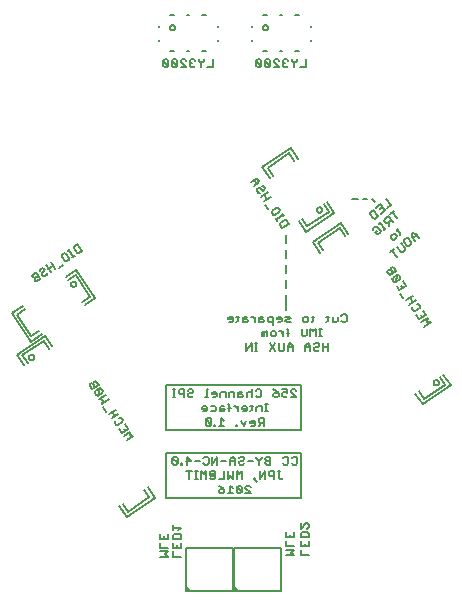
<source format=gbo>
G75*
%MOIN*%
%OFA0B0*%
%FSLAX24Y24*%
%IPPOS*%
%LPD*%
%AMOC8*
5,1,8,0,0,1.08239X$1,22.5*
%
%ADD10C,0.0060*%
%ADD11C,0.0080*%
%ADD12C,0.0050*%
D10*
X007157Y008789D02*
X007060Y008933D01*
X007028Y009058D02*
X006968Y009069D01*
X006919Y009141D01*
X006931Y009201D01*
X006827Y009278D02*
X007043Y009423D01*
X007075Y009298D02*
X007135Y009287D01*
X007183Y009215D01*
X007172Y009155D01*
X007028Y009058D01*
X007216Y008934D02*
X007264Y008862D01*
X007157Y008789D02*
X007372Y008935D01*
X007275Y009078D01*
X007440Y008834D02*
X007224Y008689D01*
X007321Y008545D02*
X007537Y008690D01*
X007417Y008714D01*
X007440Y008834D01*
X006935Y009350D02*
X006838Y009494D01*
X006730Y009422D02*
X006946Y009567D01*
X006626Y009498D02*
X006529Y009642D01*
X006497Y009766D02*
X006521Y009887D01*
X006400Y009910D01*
X006616Y010056D01*
X006512Y010132D02*
X006524Y010192D01*
X006476Y010264D01*
X006415Y010276D01*
X006369Y010035D01*
X006308Y010046D01*
X006260Y010118D01*
X006272Y010179D01*
X006415Y010276D01*
X006384Y010400D02*
X006311Y010508D01*
X006251Y010520D01*
X006215Y010496D01*
X006203Y010435D01*
X006276Y010328D01*
X006384Y010400D02*
X006168Y010255D01*
X006095Y010363D01*
X006107Y010423D01*
X006143Y010447D01*
X006203Y010435D01*
X006512Y010132D02*
X006369Y010035D01*
X006497Y009766D02*
X006713Y009912D01*
X008858Y009990D02*
X008945Y009990D01*
X008901Y009990D02*
X008901Y010250D01*
X008858Y010250D02*
X008945Y010250D01*
X009066Y010207D02*
X009066Y010120D01*
X009109Y010077D01*
X009239Y010077D01*
X009239Y009990D02*
X009239Y010250D01*
X009109Y010250D01*
X009066Y010207D01*
X009361Y010207D02*
X009404Y010250D01*
X009491Y010250D01*
X009534Y010207D01*
X009534Y010163D01*
X009491Y010120D01*
X009404Y010120D01*
X009361Y010077D01*
X009361Y010033D01*
X009404Y009990D01*
X009491Y009990D01*
X009534Y010033D01*
X009938Y009990D02*
X010025Y009990D01*
X009982Y009990D02*
X009982Y010250D01*
X010025Y010250D01*
X010146Y010120D02*
X010146Y010077D01*
X010320Y010077D01*
X010320Y010120D02*
X010276Y010163D01*
X010190Y010163D01*
X010146Y010120D01*
X010190Y009990D02*
X010276Y009990D01*
X010320Y010033D01*
X010320Y010120D01*
X010441Y010120D02*
X010441Y009990D01*
X010441Y010120D02*
X010484Y010163D01*
X010614Y010163D01*
X010614Y009990D01*
X010736Y009990D02*
X010736Y010120D01*
X010779Y010163D01*
X010909Y010163D01*
X010909Y009990D01*
X011030Y009990D02*
X011160Y009990D01*
X011204Y010033D01*
X011160Y010077D01*
X011030Y010077D01*
X011030Y010120D02*
X011030Y009990D01*
X011030Y010120D02*
X011074Y010163D01*
X011160Y010163D01*
X011325Y010120D02*
X011325Y009990D01*
X011325Y010120D02*
X011368Y010163D01*
X011455Y010163D01*
X011498Y010120D01*
X011498Y010250D02*
X011498Y009990D01*
X011620Y010033D02*
X011663Y009990D01*
X011750Y009990D01*
X011793Y010033D01*
X011793Y010207D01*
X011750Y010250D01*
X011663Y010250D01*
X011620Y010207D01*
X011480Y009727D02*
X011480Y009553D01*
X011436Y009510D01*
X011327Y009553D02*
X011327Y009640D01*
X011283Y009683D01*
X011196Y009683D01*
X011153Y009640D01*
X011153Y009597D01*
X011327Y009597D01*
X011327Y009553D02*
X011283Y009510D01*
X011196Y009510D01*
X011032Y009510D02*
X011032Y009683D01*
X011032Y009597D02*
X010945Y009683D01*
X010902Y009683D01*
X010786Y009640D02*
X010700Y009640D01*
X010743Y009727D02*
X010743Y009510D01*
X010590Y009553D02*
X010547Y009597D01*
X010416Y009597D01*
X010416Y009640D02*
X010416Y009510D01*
X010547Y009510D01*
X010590Y009553D01*
X010547Y009683D02*
X010460Y009683D01*
X010416Y009640D01*
X010295Y009640D02*
X010295Y009553D01*
X010252Y009510D01*
X010122Y009510D01*
X010001Y009553D02*
X010001Y009640D01*
X009957Y009683D01*
X009870Y009683D01*
X009827Y009640D01*
X009827Y009597D01*
X010001Y009597D01*
X010001Y009553D02*
X009957Y009510D01*
X009870Y009510D01*
X009993Y009290D02*
X009950Y009247D01*
X010123Y009073D01*
X010080Y009030D01*
X009993Y009030D01*
X009950Y009073D01*
X009950Y009247D01*
X009993Y009290D02*
X010080Y009290D01*
X010123Y009247D01*
X010123Y009073D01*
X010227Y009073D02*
X010227Y009030D01*
X010271Y009030D01*
X010271Y009073D01*
X010227Y009073D01*
X010392Y009030D02*
X010565Y009030D01*
X010479Y009030D02*
X010479Y009290D01*
X010565Y009203D01*
X010295Y009640D02*
X010252Y009683D01*
X010122Y009683D01*
X010700Y009770D02*
X010743Y009727D01*
X011128Y009203D02*
X011215Y009030D01*
X011302Y009203D01*
X011423Y009160D02*
X011423Y009117D01*
X011597Y009117D01*
X011597Y009160D02*
X011553Y009203D01*
X011467Y009203D01*
X011423Y009160D01*
X011467Y009030D02*
X011553Y009030D01*
X011597Y009073D01*
X011597Y009160D01*
X011718Y009160D02*
X011761Y009117D01*
X011891Y009117D01*
X011805Y009117D02*
X011718Y009030D01*
X011718Y009160D02*
X011718Y009247D01*
X011761Y009290D01*
X011891Y009290D01*
X011891Y009030D01*
X011927Y009510D02*
X012014Y009510D01*
X011971Y009510D02*
X011971Y009770D01*
X012014Y009770D02*
X011927Y009770D01*
X011818Y009683D02*
X011688Y009683D01*
X011644Y009640D01*
X011644Y009510D01*
X011818Y009510D02*
X011818Y009683D01*
X011523Y009683D02*
X011436Y009683D01*
X011007Y009073D02*
X010964Y009073D01*
X010964Y009030D01*
X011007Y009030D01*
X011007Y009073D01*
X011098Y008000D02*
X011185Y008000D01*
X011228Y007957D01*
X011228Y007913D01*
X011185Y007870D01*
X011098Y007870D01*
X011055Y007827D01*
X011055Y007783D01*
X011098Y007740D01*
X011185Y007740D01*
X011228Y007783D01*
X011349Y007870D02*
X011523Y007870D01*
X011644Y007957D02*
X011644Y008000D01*
X011644Y007957D02*
X011731Y007870D01*
X011731Y007740D01*
X011731Y007870D02*
X011818Y007957D01*
X011818Y008000D01*
X011939Y007957D02*
X011939Y007913D01*
X011982Y007870D01*
X012112Y007870D01*
X011982Y007870D02*
X011939Y007827D01*
X011939Y007783D01*
X011982Y007740D01*
X012112Y007740D01*
X012112Y008000D01*
X011982Y008000D01*
X011939Y007957D01*
X011940Y007520D02*
X011767Y007260D01*
X011767Y007520D01*
X011940Y007520D02*
X011940Y007260D01*
X012062Y007390D02*
X012105Y007347D01*
X012235Y007347D01*
X012235Y007260D02*
X012235Y007520D01*
X012105Y007520D01*
X012062Y007477D01*
X012062Y007390D01*
X012356Y007520D02*
X012443Y007520D01*
X012400Y007520D02*
X012400Y007303D01*
X012443Y007260D01*
X012486Y007260D01*
X012530Y007303D01*
X012571Y007740D02*
X012528Y007783D01*
X012571Y007740D02*
X012658Y007740D01*
X012702Y007783D01*
X012702Y007957D01*
X012658Y008000D01*
X012571Y008000D01*
X012528Y007957D01*
X012823Y007957D02*
X012866Y008000D01*
X012953Y008000D01*
X012996Y007957D01*
X012996Y007783D01*
X012953Y007740D01*
X012866Y007740D01*
X012823Y007783D01*
X011602Y007303D02*
X011602Y007260D01*
X011559Y007260D01*
X011559Y007303D01*
X011602Y007303D01*
X011559Y007260D02*
X011646Y007173D01*
X011449Y006997D02*
X011406Y007040D01*
X011319Y007040D01*
X011276Y006997D01*
X011276Y006953D01*
X011449Y006780D01*
X011276Y006780D01*
X011155Y006823D02*
X010981Y006997D01*
X010981Y006823D01*
X011025Y006780D01*
X011111Y006780D01*
X011155Y006823D01*
X011155Y006997D01*
X011111Y007040D01*
X011025Y007040D01*
X010981Y006997D01*
X010860Y006953D02*
X010773Y007040D01*
X010773Y006780D01*
X010687Y006780D02*
X010860Y006780D01*
X010565Y006823D02*
X010522Y006780D01*
X010435Y006780D01*
X010392Y006823D01*
X010392Y006867D01*
X010435Y006910D01*
X010565Y006910D01*
X010565Y006823D01*
X010565Y006910D02*
X010479Y006997D01*
X010392Y007040D01*
X010392Y007260D02*
X010565Y007260D01*
X010565Y007520D01*
X010687Y007520D02*
X010687Y007260D01*
X010773Y007347D01*
X010860Y007260D01*
X010860Y007520D01*
X010981Y007520D02*
X010981Y007260D01*
X011155Y007260D02*
X011155Y007520D01*
X011068Y007433D01*
X010981Y007520D01*
X010934Y007740D02*
X010934Y007913D01*
X010847Y008000D01*
X010760Y007913D01*
X010760Y007740D01*
X010760Y007870D02*
X010934Y007870D01*
X011055Y007957D02*
X011098Y008000D01*
X010639Y007870D02*
X010466Y007870D01*
X010344Y007740D02*
X010344Y008000D01*
X010171Y007740D01*
X010171Y008000D01*
X010050Y007957D02*
X010050Y007783D01*
X010006Y007740D01*
X009920Y007740D01*
X009876Y007783D01*
X009755Y007870D02*
X009582Y007870D01*
X009460Y007870D02*
X009287Y007870D01*
X009330Y007740D02*
X009330Y008000D01*
X009460Y007870D01*
X009166Y007783D02*
X009166Y007740D01*
X009122Y007740D01*
X009122Y007783D01*
X009166Y007783D01*
X009018Y007783D02*
X008975Y007740D01*
X008888Y007740D01*
X008845Y007783D01*
X008845Y007957D01*
X009018Y007783D01*
X009018Y007957D01*
X008975Y008000D01*
X008888Y008000D01*
X008845Y007957D01*
X009311Y007520D02*
X009485Y007520D01*
X009398Y007520D02*
X009398Y007260D01*
X009595Y007260D02*
X009681Y007260D01*
X009638Y007260D02*
X009638Y007520D01*
X009681Y007520D02*
X009595Y007520D01*
X009803Y007520D02*
X009803Y007260D01*
X009976Y007260D02*
X009976Y007520D01*
X009889Y007433D01*
X009803Y007520D01*
X010097Y007477D02*
X010097Y007390D01*
X010141Y007347D01*
X010141Y007433D01*
X010227Y007433D01*
X010227Y007347D01*
X010141Y007347D01*
X010097Y007303D02*
X010141Y007260D01*
X010227Y007260D01*
X010271Y007303D01*
X010271Y007477D01*
X010227Y007520D01*
X010141Y007520D01*
X010097Y007477D01*
X010050Y007957D02*
X010006Y008000D01*
X009920Y008000D01*
X009876Y007957D01*
X009130Y005641D02*
X008870Y005641D01*
X008870Y005727D02*
X008870Y005554D01*
X008913Y005433D02*
X009087Y005433D01*
X009130Y005389D01*
X009130Y005259D01*
X008870Y005259D01*
X008870Y005389D01*
X008913Y005433D01*
X009043Y005554D02*
X009130Y005641D01*
X008680Y005433D02*
X008680Y005259D01*
X008420Y005259D01*
X008420Y005433D01*
X008550Y005346D02*
X008550Y005259D01*
X008420Y005138D02*
X008420Y004965D01*
X008680Y004965D01*
X008680Y004843D02*
X008420Y004843D01*
X008420Y004670D02*
X008680Y004670D01*
X008593Y004757D01*
X008680Y004843D01*
X008870Y004843D02*
X008870Y004670D01*
X009130Y004670D01*
X009130Y004965D02*
X008870Y004965D01*
X008870Y005138D01*
X009000Y005051D02*
X009000Y004965D01*
X009130Y004965D02*
X009130Y005138D01*
X012620Y005188D02*
X012620Y005015D01*
X012880Y005015D01*
X012880Y004893D02*
X012620Y004893D01*
X012620Y004720D02*
X012880Y004720D01*
X012793Y004807D01*
X012880Y004893D01*
X013120Y004893D02*
X013120Y004720D01*
X013380Y004720D01*
X013380Y005015D02*
X013120Y005015D01*
X013120Y005188D01*
X013120Y005309D02*
X013120Y005439D01*
X013163Y005483D01*
X013337Y005483D01*
X013380Y005439D01*
X013380Y005309D01*
X013120Y005309D01*
X012880Y005309D02*
X012880Y005483D01*
X012750Y005396D02*
X012750Y005309D01*
X012620Y005309D02*
X012620Y005483D01*
X012620Y005309D02*
X012880Y005309D01*
X013120Y005604D02*
X013293Y005777D01*
X013337Y005777D01*
X013380Y005734D01*
X013380Y005647D01*
X013337Y005604D01*
X013120Y005604D02*
X013120Y005777D01*
X013380Y005188D02*
X013380Y005015D01*
X013250Y005015D02*
X013250Y005101D01*
X012972Y009990D02*
X012798Y010163D01*
X012798Y010207D01*
X012842Y010250D01*
X012928Y010250D01*
X012972Y010207D01*
X012972Y009990D02*
X012798Y009990D01*
X012677Y010033D02*
X012634Y009990D01*
X012547Y009990D01*
X012504Y010033D01*
X012504Y010120D01*
X012547Y010163D01*
X012590Y010163D01*
X012677Y010120D01*
X012677Y010250D01*
X012504Y010250D01*
X012382Y010120D02*
X012252Y010120D01*
X012209Y010077D01*
X012209Y010033D01*
X012252Y009990D01*
X012339Y009990D01*
X012382Y010033D01*
X012382Y010120D01*
X012296Y010207D01*
X012209Y010250D01*
X012266Y011530D02*
X012093Y011790D01*
X012266Y011790D02*
X012093Y011530D01*
X012387Y011573D02*
X012387Y011790D01*
X012561Y011790D02*
X012561Y011573D01*
X012518Y011530D01*
X012431Y011530D01*
X012387Y011573D01*
X012247Y012010D02*
X012161Y012010D01*
X012117Y012053D01*
X012117Y012140D01*
X012161Y012183D01*
X012247Y012183D01*
X012291Y012140D01*
X012291Y012053D01*
X012247Y012010D01*
X012406Y012183D02*
X012450Y012183D01*
X012536Y012097D01*
X012536Y012183D02*
X012536Y012010D01*
X012689Y012010D02*
X012689Y012227D01*
X012646Y012270D01*
X012646Y012140D02*
X012733Y012140D01*
X012769Y011790D02*
X012682Y011703D01*
X012682Y011530D01*
X012682Y011660D02*
X012856Y011660D01*
X012856Y011703D02*
X012769Y011790D01*
X012856Y011703D02*
X012856Y011530D01*
X013271Y011530D02*
X013271Y011703D01*
X013358Y011790D01*
X013445Y011703D01*
X013445Y011530D01*
X013566Y011573D02*
X013609Y011530D01*
X013696Y011530D01*
X013739Y011573D01*
X013696Y011660D02*
X013739Y011703D01*
X013739Y011747D01*
X013696Y011790D01*
X013609Y011790D01*
X013566Y011747D01*
X013609Y011660D02*
X013566Y011617D01*
X013566Y011573D01*
X013609Y011660D02*
X013696Y011660D01*
X013861Y011660D02*
X014034Y011660D01*
X014034Y011530D02*
X014034Y011790D01*
X013861Y011790D02*
X013861Y011530D01*
X013813Y012010D02*
X013726Y012010D01*
X013770Y012010D02*
X013770Y012270D01*
X013813Y012270D02*
X013726Y012270D01*
X013617Y012270D02*
X013617Y012010D01*
X013443Y012010D02*
X013443Y012270D01*
X013530Y012183D01*
X013617Y012270D01*
X013481Y012490D02*
X013524Y012533D01*
X013524Y012707D01*
X013481Y012663D02*
X013568Y012663D01*
X013371Y012620D02*
X013371Y012533D01*
X013328Y012490D01*
X013241Y012490D01*
X013198Y012533D01*
X013198Y012620D01*
X013241Y012663D01*
X013328Y012663D01*
X013371Y012620D01*
X013322Y012270D02*
X013322Y012053D01*
X013279Y012010D01*
X013192Y012010D01*
X013149Y012053D01*
X013149Y012270D01*
X012782Y012490D02*
X012652Y012490D01*
X012608Y012533D01*
X012652Y012577D01*
X012739Y012577D01*
X012782Y012620D01*
X012739Y012663D01*
X012608Y012663D01*
X012487Y012620D02*
X012444Y012663D01*
X012357Y012663D01*
X012314Y012620D01*
X012314Y012577D01*
X012487Y012577D01*
X012487Y012620D02*
X012487Y012533D01*
X012444Y012490D01*
X012357Y012490D01*
X012193Y012490D02*
X012062Y012490D01*
X012019Y012533D01*
X012019Y012620D01*
X012062Y012663D01*
X012193Y012663D01*
X012193Y012403D01*
X011996Y012183D02*
X011953Y012183D01*
X011909Y012140D01*
X011866Y012183D01*
X011823Y012140D01*
X011823Y012010D01*
X011909Y012010D02*
X011909Y012140D01*
X011996Y012183D02*
X011996Y012010D01*
X011677Y011790D02*
X011590Y011790D01*
X011634Y011790D02*
X011634Y011530D01*
X011677Y011530D02*
X011590Y011530D01*
X011480Y011530D02*
X011480Y011790D01*
X011307Y011530D01*
X011307Y011790D01*
X011314Y012490D02*
X011358Y012533D01*
X011314Y012577D01*
X011184Y012577D01*
X011184Y012620D02*
X011184Y012490D01*
X011314Y012490D01*
X011314Y012663D02*
X011228Y012663D01*
X011184Y012620D01*
X011063Y012663D02*
X010976Y012663D01*
X011020Y012707D02*
X011020Y012533D01*
X010976Y012490D01*
X010867Y012533D02*
X010867Y012620D01*
X010823Y012663D01*
X010737Y012663D01*
X010693Y012620D01*
X010693Y012577D01*
X010867Y012577D01*
X010867Y012533D02*
X010823Y012490D01*
X010737Y012490D01*
X011473Y012663D02*
X011517Y012663D01*
X011603Y012577D01*
X011603Y012663D02*
X011603Y012490D01*
X011724Y012490D02*
X011855Y012490D01*
X011898Y012533D01*
X011855Y012577D01*
X011724Y012577D01*
X011724Y012620D02*
X011724Y012490D01*
X011724Y012620D02*
X011768Y012663D01*
X011855Y012663D01*
X013271Y011660D02*
X013445Y011660D01*
X013972Y012490D02*
X014015Y012533D01*
X014015Y012707D01*
X013972Y012663D02*
X014059Y012663D01*
X014180Y012663D02*
X014180Y012490D01*
X014310Y012490D01*
X014353Y012533D01*
X014353Y012663D01*
X014475Y012707D02*
X014518Y012750D01*
X014605Y012750D01*
X014648Y012707D01*
X014648Y012533D01*
X014605Y012490D01*
X014518Y012490D01*
X014475Y012533D01*
X016082Y014047D02*
X016009Y014155D01*
X016021Y014215D01*
X016057Y014239D01*
X016117Y014228D01*
X016190Y014120D01*
X016117Y014228D02*
X016129Y014288D01*
X016165Y014312D01*
X016225Y014301D01*
X016298Y014193D01*
X016082Y014047D01*
X016186Y013971D02*
X016174Y013911D01*
X016223Y013839D01*
X016283Y013827D01*
X016330Y014068D01*
X016186Y013971D01*
X016330Y014068D02*
X016390Y014056D01*
X016438Y013984D01*
X016427Y013924D01*
X016283Y013827D01*
X016315Y013702D02*
X016412Y013559D01*
X016627Y013704D01*
X016530Y013848D01*
X016471Y013703D02*
X016520Y013631D01*
X016444Y013434D02*
X016541Y013290D01*
X016644Y013214D02*
X016860Y013359D01*
X016752Y013287D02*
X016849Y013143D01*
X016741Y013070D02*
X016957Y013216D01*
X016989Y013091D02*
X017049Y013079D01*
X017098Y013007D01*
X017086Y012947D01*
X016942Y012850D01*
X016882Y012862D01*
X016833Y012934D01*
X016845Y012994D01*
X016974Y012725D02*
X017071Y012581D01*
X017287Y012727D01*
X017190Y012871D01*
X017130Y012726D02*
X017179Y012654D01*
X017354Y012627D02*
X017139Y012481D01*
X017236Y012337D02*
X017451Y012483D01*
X017331Y012506D01*
X017354Y012627D01*
X016321Y014674D02*
X016154Y014874D01*
X016220Y014930D02*
X016088Y014818D01*
X016313Y015007D02*
X016453Y014841D01*
X016514Y014836D01*
X016580Y014892D01*
X016586Y014953D01*
X016446Y015119D01*
X016567Y015164D02*
X016572Y015225D01*
X016639Y015280D01*
X016700Y015275D01*
X016811Y015142D01*
X016806Y015081D01*
X016739Y015025D01*
X016678Y015031D01*
X016567Y015164D01*
X016427Y015389D02*
X016432Y015450D01*
X016320Y015583D01*
X016381Y015578D02*
X016315Y015522D01*
X016259Y015419D02*
X016315Y015352D01*
X016309Y015291D01*
X016243Y015235D01*
X016182Y015241D01*
X016126Y015307D01*
X016131Y015368D01*
X016198Y015424D01*
X016259Y015419D01*
X016052Y015701D02*
X016062Y015823D01*
X016029Y015796D02*
X015968Y015801D01*
X015912Y015867D01*
X015917Y015929D01*
X016017Y016012D01*
X016184Y015813D01*
X016129Y015879D02*
X016029Y015796D01*
X015959Y015623D02*
X015892Y015568D01*
X015925Y015596D02*
X015758Y015795D01*
X015791Y015823D02*
X015725Y015767D01*
X015669Y015663D02*
X015780Y015530D01*
X015775Y015469D01*
X015709Y015414D01*
X015647Y015419D01*
X015592Y015485D01*
X015658Y015541D01*
X015536Y015552D02*
X015541Y015613D01*
X015608Y015669D01*
X015669Y015663D01*
X015588Y015939D02*
X015527Y015944D01*
X015415Y016077D01*
X015421Y016138D01*
X015521Y016222D01*
X015688Y016023D01*
X015588Y015939D01*
X015781Y016101D02*
X015913Y016212D01*
X015746Y016411D01*
X015613Y016300D01*
X015763Y016256D02*
X015830Y016312D01*
X016006Y016290D02*
X016139Y016401D01*
X015972Y016601D01*
X016243Y016202D02*
X016110Y016090D01*
X016176Y016146D02*
X016344Y015946D01*
X016831Y015442D02*
X016820Y015320D01*
X016932Y015187D01*
X016848Y015287D02*
X016981Y015398D01*
X016953Y015431D02*
X016831Y015442D01*
X016953Y015431D02*
X017065Y015298D01*
X012717Y015774D02*
X012645Y015882D01*
X012584Y015894D01*
X012440Y015797D01*
X012429Y015737D01*
X012502Y015629D01*
X012717Y015774D01*
X012553Y016019D02*
X012504Y016090D01*
X012528Y016055D02*
X012313Y015909D01*
X012337Y015873D02*
X012288Y015945D01*
X012263Y016060D02*
X012203Y016072D01*
X012154Y016144D01*
X012166Y016204D01*
X012310Y016301D01*
X012370Y016289D01*
X012418Y016217D01*
X012407Y016157D01*
X012263Y016060D01*
X012026Y016256D02*
X011929Y016400D01*
X011897Y016524D02*
X012113Y016670D01*
X012005Y016597D02*
X011908Y016741D01*
X011876Y016866D02*
X011816Y016877D01*
X011768Y016949D01*
X011708Y016961D01*
X011672Y016937D01*
X011660Y016877D01*
X011708Y016805D01*
X011769Y016793D01*
X011800Y016668D02*
X012016Y016814D01*
X011912Y016890D02*
X011876Y016866D01*
X011912Y016890D02*
X011924Y016950D01*
X011876Y017022D01*
X011815Y017034D01*
X011712Y017110D02*
X011735Y017230D01*
X011615Y017254D01*
X011471Y017157D01*
X011579Y017230D02*
X011676Y017086D01*
X011712Y017110D02*
X011568Y017013D01*
X011681Y020990D02*
X011768Y020990D01*
X011811Y021033D01*
X011638Y021206D01*
X011638Y021033D01*
X011681Y020990D01*
X011811Y021033D02*
X011811Y021206D01*
X011768Y021250D01*
X011681Y021250D01*
X011638Y021206D01*
X011932Y021206D02*
X011932Y021033D01*
X011976Y020990D01*
X012062Y020990D01*
X012106Y021033D01*
X011932Y021206D01*
X011976Y021250D01*
X012062Y021250D01*
X012106Y021206D01*
X012106Y021033D01*
X012227Y020990D02*
X012400Y020990D01*
X012227Y021163D01*
X012227Y021206D01*
X012270Y021250D01*
X012357Y021250D01*
X012400Y021206D01*
X012522Y021206D02*
X012522Y021163D01*
X012565Y021120D01*
X012522Y021076D01*
X012522Y021033D01*
X012565Y020990D01*
X012652Y020990D01*
X012695Y021033D01*
X012608Y021120D02*
X012565Y021120D01*
X012522Y021206D02*
X012565Y021250D01*
X012652Y021250D01*
X012695Y021206D01*
X012816Y021206D02*
X012816Y021250D01*
X012816Y021206D02*
X012903Y021120D01*
X012903Y020990D01*
X012903Y021120D02*
X012990Y021206D01*
X012990Y021250D01*
X013111Y020990D02*
X013284Y020990D01*
X013284Y021250D01*
X010184Y021250D02*
X010184Y020990D01*
X010011Y020990D01*
X009803Y020990D02*
X009803Y021120D01*
X009716Y021206D01*
X009716Y021250D01*
X009595Y021206D02*
X009552Y021250D01*
X009465Y021250D01*
X009422Y021206D01*
X009422Y021163D01*
X009465Y021120D01*
X009422Y021076D01*
X009422Y021033D01*
X009465Y020990D01*
X009552Y020990D01*
X009595Y021033D01*
X009508Y021120D02*
X009465Y021120D01*
X009300Y021206D02*
X009257Y021250D01*
X009170Y021250D01*
X009127Y021206D01*
X009127Y021163D01*
X009300Y020990D01*
X009127Y020990D01*
X009006Y021033D02*
X008832Y021206D01*
X008832Y021033D01*
X008876Y020990D01*
X008962Y020990D01*
X009006Y021033D01*
X009006Y021206D01*
X008962Y021250D01*
X008876Y021250D01*
X008832Y021206D01*
X008711Y021206D02*
X008711Y021033D01*
X008538Y021206D01*
X008538Y021033D01*
X008581Y020990D01*
X008668Y020990D01*
X008711Y021033D01*
X008711Y021206D02*
X008668Y021250D01*
X008581Y021250D01*
X008538Y021206D01*
X009803Y021120D02*
X009890Y021206D01*
X009890Y021250D01*
X005679Y015079D02*
X005571Y015006D01*
X005560Y014946D01*
X005657Y014802D01*
X005717Y014791D01*
X005825Y014863D01*
X005679Y015079D01*
X005435Y014914D02*
X005363Y014866D01*
X005399Y014890D02*
X005544Y014674D01*
X005509Y014650D02*
X005580Y014699D01*
X005393Y014625D02*
X005296Y014769D01*
X005236Y014780D01*
X005164Y014732D01*
X005153Y014672D01*
X005250Y014528D01*
X005310Y014516D01*
X005382Y014565D01*
X005393Y014625D01*
X005198Y014388D02*
X005054Y014291D01*
X004929Y014259D02*
X004784Y014475D01*
X004856Y014367D02*
X004712Y014270D01*
X004588Y014238D02*
X004576Y014178D01*
X004504Y014130D01*
X004492Y014069D01*
X004517Y014033D01*
X004577Y014022D01*
X004649Y014070D01*
X004661Y014130D01*
X004785Y014162D02*
X004640Y014378D01*
X004564Y014274D02*
X004588Y014238D01*
X004564Y014274D02*
X004503Y014286D01*
X004431Y014237D01*
X004420Y014177D01*
X004295Y014145D02*
X004440Y013930D01*
X004333Y013857D01*
X004272Y013869D01*
X004248Y013905D01*
X004260Y013965D01*
X004368Y014038D01*
X004295Y014145D02*
X004187Y014073D01*
X004175Y014012D01*
X004200Y013977D01*
X004260Y013965D01*
D11*
X008640Y010390D02*
X008640Y008890D01*
X013140Y008890D01*
X013140Y010390D01*
X008640Y010390D01*
X008640Y008140D02*
X013140Y008140D01*
X013140Y006640D01*
X008640Y006640D01*
X008640Y008140D01*
X012640Y012890D02*
X012640Y013390D01*
X012640Y013640D02*
X012640Y013890D01*
X012640Y014140D02*
X012640Y014390D01*
X012640Y014640D02*
X012640Y014890D01*
X012640Y015140D02*
X012640Y015390D01*
X014840Y016590D02*
X015040Y016590D01*
X015190Y016590D02*
X015340Y016590D01*
X015490Y016590D02*
X015590Y016490D01*
D12*
X007073Y006344D02*
X007315Y005985D01*
X008255Y006619D01*
X008013Y006978D01*
X007902Y006903D02*
X008078Y006642D01*
X007360Y006157D01*
X007184Y006418D01*
X009303Y004949D02*
X009303Y003649D01*
X009421Y003531D01*
X009342Y003531D01*
X009342Y003571D01*
X009342Y003531D02*
X009303Y003531D01*
X009303Y003649D01*
X009421Y003531D02*
X010877Y003531D01*
X010877Y004949D01*
X009303Y004949D01*
X010903Y004949D02*
X010903Y003649D01*
X011021Y003531D01*
X010942Y003531D01*
X010942Y003571D01*
X010942Y003531D02*
X010903Y003531D01*
X010903Y003649D01*
X011021Y003531D02*
X012477Y003531D01*
X012477Y004949D01*
X010903Y004949D01*
X017180Y009743D02*
X016937Y010102D01*
X017048Y010177D02*
X017224Y009916D01*
X017943Y010400D01*
X017766Y010662D01*
X017877Y010736D02*
X018120Y010377D01*
X017180Y009743D01*
X017548Y010468D02*
X017550Y010487D01*
X017556Y010504D01*
X017565Y010520D01*
X017577Y010534D01*
X017592Y010545D01*
X017609Y010553D01*
X017628Y010557D01*
X017646Y010557D01*
X017665Y010553D01*
X017681Y010545D01*
X017697Y010534D01*
X017709Y010520D01*
X017718Y010504D01*
X017724Y010487D01*
X017726Y010468D01*
X017724Y010449D01*
X017718Y010432D01*
X017709Y010416D01*
X017697Y010402D01*
X017682Y010391D01*
X017665Y010383D01*
X017646Y010379D01*
X017628Y010379D01*
X017609Y010383D01*
X017593Y010391D01*
X017577Y010402D01*
X017565Y010416D01*
X017556Y010432D01*
X017550Y010449D01*
X017548Y010468D01*
X013878Y014877D02*
X013702Y015138D01*
X014420Y015623D01*
X014596Y015362D01*
X014707Y015436D02*
X014465Y015795D01*
X013525Y015161D01*
X013767Y014802D01*
X013294Y015504D02*
X013052Y015863D01*
X013163Y015938D02*
X013339Y015677D01*
X014057Y016161D01*
X013881Y016422D01*
X013992Y016497D02*
X014234Y016138D01*
X013294Y015504D01*
X013663Y016229D02*
X013665Y016248D01*
X013671Y016265D01*
X013680Y016281D01*
X013692Y016295D01*
X013707Y016306D01*
X013724Y016314D01*
X013743Y016318D01*
X013761Y016318D01*
X013780Y016314D01*
X013796Y016306D01*
X013812Y016295D01*
X013824Y016281D01*
X013833Y016265D01*
X013839Y016248D01*
X013841Y016229D01*
X013839Y016210D01*
X013833Y016193D01*
X013824Y016177D01*
X013812Y016163D01*
X013797Y016152D01*
X013780Y016144D01*
X013761Y016140D01*
X013743Y016140D01*
X013724Y016144D01*
X013708Y016152D01*
X013692Y016163D01*
X013680Y016177D01*
X013671Y016193D01*
X013665Y016210D01*
X013663Y016229D01*
X012912Y017858D02*
X012736Y018119D01*
X012018Y017635D01*
X012194Y017374D01*
X012083Y017299D02*
X011841Y017658D01*
X012781Y018292D01*
X013023Y017933D01*
X013055Y021521D02*
X012937Y021521D01*
X012504Y021521D02*
X012425Y021521D01*
X011992Y021521D02*
X011874Y021521D01*
X011481Y021856D02*
X011481Y021895D01*
X011481Y022328D02*
X011481Y022368D01*
X011865Y022308D02*
X011867Y022326D01*
X011873Y022344D01*
X011882Y022360D01*
X011894Y022373D01*
X011909Y022384D01*
X011926Y022392D01*
X011944Y022396D01*
X011962Y022396D01*
X011980Y022392D01*
X011997Y022384D01*
X012012Y022373D01*
X012024Y022360D01*
X012033Y022344D01*
X012039Y022326D01*
X012041Y022308D01*
X012039Y022290D01*
X012033Y022272D01*
X012024Y022256D01*
X012012Y022243D01*
X011997Y022232D01*
X011980Y022224D01*
X011962Y022220D01*
X011944Y022220D01*
X011926Y022224D01*
X011909Y022232D01*
X011894Y022243D01*
X011882Y022256D01*
X011873Y022272D01*
X011867Y022290D01*
X011865Y022308D01*
X011874Y022722D02*
X011992Y022722D01*
X012425Y022722D02*
X012504Y022722D01*
X012937Y022722D02*
X013055Y022722D01*
X013449Y022368D02*
X013449Y022328D01*
X013449Y021895D02*
X013449Y021856D01*
X010349Y021856D02*
X010349Y021895D01*
X010349Y022328D02*
X010349Y022368D01*
X009955Y022722D02*
X009837Y022722D01*
X009404Y022722D02*
X009325Y022722D01*
X008892Y022722D02*
X008774Y022722D01*
X008765Y022308D02*
X008767Y022326D01*
X008773Y022344D01*
X008782Y022360D01*
X008794Y022373D01*
X008809Y022384D01*
X008826Y022392D01*
X008844Y022396D01*
X008862Y022396D01*
X008880Y022392D01*
X008897Y022384D01*
X008912Y022373D01*
X008924Y022360D01*
X008933Y022344D01*
X008939Y022326D01*
X008941Y022308D01*
X008939Y022290D01*
X008933Y022272D01*
X008924Y022256D01*
X008912Y022243D01*
X008897Y022232D01*
X008880Y022224D01*
X008862Y022220D01*
X008844Y022220D01*
X008826Y022224D01*
X008809Y022232D01*
X008794Y022243D01*
X008782Y022256D01*
X008773Y022272D01*
X008767Y022290D01*
X008765Y022308D01*
X008381Y022328D02*
X008381Y022368D01*
X008381Y021895D02*
X008381Y021856D01*
X008774Y021521D02*
X008892Y021521D01*
X009325Y021521D02*
X009404Y021521D01*
X009837Y021521D02*
X009955Y021521D01*
X005642Y014234D02*
X005283Y013992D01*
X005358Y013881D02*
X005619Y014057D01*
X006103Y013339D01*
X005842Y013163D01*
X005917Y013052D02*
X006276Y013294D01*
X005642Y014234D01*
X005462Y013752D02*
X005464Y013771D01*
X005470Y013788D01*
X005479Y013804D01*
X005491Y013818D01*
X005506Y013829D01*
X005523Y013837D01*
X005542Y013841D01*
X005560Y013841D01*
X005579Y013837D01*
X005595Y013829D01*
X005611Y013818D01*
X005623Y013804D01*
X005632Y013788D01*
X005638Y013771D01*
X005640Y013752D01*
X005638Y013733D01*
X005632Y013716D01*
X005623Y013700D01*
X005611Y013686D01*
X005596Y013675D01*
X005579Y013667D01*
X005560Y013663D01*
X005542Y013663D01*
X005523Y013667D01*
X005507Y013675D01*
X005491Y013686D01*
X005479Y013700D01*
X005470Y013716D01*
X005464Y013733D01*
X005462Y013752D01*
X004406Y012194D02*
X004145Y012018D01*
X003661Y012736D01*
X003922Y012912D01*
X003847Y013023D02*
X003488Y012781D01*
X004122Y011841D01*
X004481Y012083D01*
X004600Y012037D02*
X004843Y011678D01*
X004732Y011603D02*
X004556Y011864D01*
X003837Y011380D01*
X004014Y011118D01*
X003903Y011044D02*
X003660Y011403D01*
X004600Y012037D01*
X004054Y011312D02*
X004056Y011331D01*
X004062Y011348D01*
X004071Y011364D01*
X004083Y011378D01*
X004098Y011389D01*
X004115Y011397D01*
X004134Y011401D01*
X004152Y011401D01*
X004171Y011397D01*
X004187Y011389D01*
X004203Y011378D01*
X004215Y011364D01*
X004224Y011348D01*
X004230Y011331D01*
X004232Y011312D01*
X004230Y011293D01*
X004224Y011276D01*
X004215Y011260D01*
X004203Y011246D01*
X004188Y011235D01*
X004171Y011227D01*
X004152Y011223D01*
X004134Y011223D01*
X004115Y011227D01*
X004099Y011235D01*
X004083Y011246D01*
X004071Y011260D01*
X004062Y011276D01*
X004056Y011293D01*
X004054Y011312D01*
M02*

</source>
